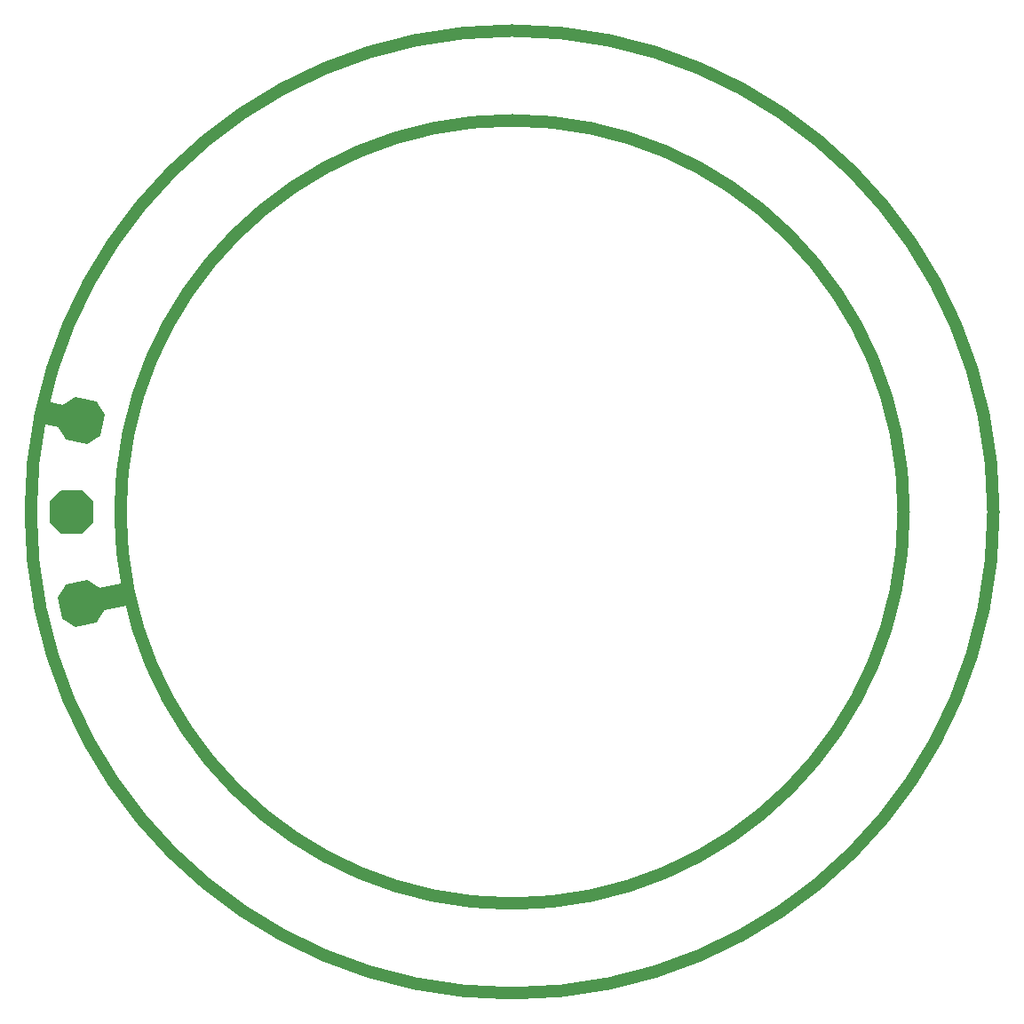
<source format=gbr>
G04 #@! TF.GenerationSoftware,KiCad,Pcbnew,5.0.2-bee76a0~70~ubuntu16.04.1*
G04 #@! TF.CreationDate,2019-03-20T11:46:08+01:00*
G04 #@! TF.ProjectId,ring,72696e67-2e6b-4696-9361-645f70636258,rev?*
G04 #@! TF.SameCoordinates,Original*
G04 #@! TF.FileFunction,Copper,L2,Bot*
G04 #@! TF.FilePolarity,Positive*
%FSLAX46Y46*%
G04 Gerber Fmt 4.6, Leading zero omitted, Abs format (unit mm)*
G04 Created by KiCad (PCBNEW 5.0.2-bee76a0~70~ubuntu16.04.1) date Wed 20 Mar 2019 11:46:08 AM CET*
%MOMM*%
%LPD*%
G01*
G04 APERTURE LIST*
%ADD10C,0.150000*%
%ADD11C,1.200000*%
G04 #@! TA.AperFunction,ViaPad*
%ADD12C,1.000000*%
G04 #@! TD*
G04 APERTURE END LIST*
D10*
G36*
X55213122Y-89457915D02*
X57169417Y-89873738D01*
X56753594Y-91830033D01*
X54797299Y-91414210D01*
X55213122Y-89457915D01*
G37*
X55213122Y-89457915D02*
X57169417Y-89873738D01*
X56753594Y-91830033D01*
X54797299Y-91414210D01*
X55213122Y-89457915D01*
G36*
X60666184Y-107338320D02*
X63600627Y-106714585D01*
X64016450Y-108670880D01*
X61082008Y-109294615D01*
X60666184Y-107338320D01*
G37*
X60666184Y-107338320D02*
X63600627Y-106714585D01*
X64016450Y-108670880D01*
X61082008Y-109294615D01*
X60666184Y-107338320D01*
G36*
X57523830Y-106983908D02*
X59480125Y-106568084D01*
X60666184Y-107338320D01*
X61082008Y-109294615D01*
X60311772Y-110480675D01*
X58355477Y-110896498D01*
X57169417Y-110126262D01*
X56753594Y-108169967D01*
X57523830Y-106983908D01*
G37*
X57523830Y-106983908D02*
X59480125Y-106568084D01*
X60666184Y-107338320D01*
X61082008Y-109294615D01*
X60311772Y-110480675D01*
X58355477Y-110896498D01*
X57169417Y-110126262D01*
X56753594Y-108169967D01*
X57523830Y-106983908D01*
G36*
X58355477Y-89103502D02*
X60311772Y-89519325D01*
X61082008Y-90705385D01*
X60666184Y-92661680D01*
X59480125Y-93431916D01*
X57523830Y-93016092D01*
X56753594Y-91830033D01*
X57169417Y-89873738D01*
X58355477Y-89103502D01*
G37*
X58355477Y-89103502D02*
X60311772Y-89519325D01*
X61082008Y-90705385D01*
X60666184Y-92661680D01*
X59480125Y-93431916D01*
X57523830Y-93016092D01*
X56753594Y-91830033D01*
X57169417Y-89873738D01*
X58355477Y-89103502D01*
G36*
X57000000Y-98000000D02*
X59000000Y-98000000D01*
X60000000Y-99000000D01*
X60000000Y-101000000D01*
X59000000Y-102000000D01*
X57000000Y-102000000D01*
X56000000Y-101000000D01*
X56000000Y-99000000D01*
X57000000Y-98000000D01*
G37*
X57000000Y-98000000D02*
X59000000Y-98000000D01*
X60000000Y-99000000D01*
X60000000Y-101000000D01*
X59000000Y-102000000D01*
X57000000Y-102000000D01*
X56000000Y-101000000D01*
X56000000Y-99000000D01*
X57000000Y-98000000D01*
D11*
X137336309Y-100000000D02*
G75*
G03X137336309Y-100000000I-37336309J0D01*
G01*
X145891176Y-100000000D02*
G75*
G03X145891176Y-100000000I-45891176J0D01*
G01*
D12*
G04 #@! TO.N,*
X58000000Y-100000000D03*
X62700000Y-100000000D03*
X54100000Y-100000000D03*
X63515094Y-107755106D03*
X65924754Y-115171277D03*
X69823666Y-121924390D03*
X75041428Y-127719302D03*
X81350000Y-132302748D03*
X88473666Y-135474408D03*
X96101088Y-137095667D03*
X103898912Y-137095667D03*
X111526334Y-135474408D03*
X118650000Y-132302748D03*
X124958572Y-127719302D03*
X130176334Y-121924390D03*
X134075246Y-115171277D03*
X136484906Y-107755106D03*
X137300000Y-100000000D03*
X136484906Y-92244894D03*
X134075246Y-84828723D03*
X130176334Y-78075610D03*
X124958572Y-72280698D03*
X118650000Y-67697252D03*
X111526334Y-64525592D03*
X103898912Y-62904333D03*
X96101088Y-62904333D03*
X88473666Y-64525592D03*
X81350000Y-67697252D03*
X75041428Y-72280698D03*
X69823666Y-78075610D03*
X65924754Y-84828723D03*
X63515094Y-92244894D03*
X55103025Y-109543147D03*
X58068263Y-118669212D03*
X62866120Y-126979343D03*
X69286905Y-134110347D03*
X77050000Y-139750566D03*
X85816120Y-143653494D03*
X95202144Y-145648555D03*
X104797856Y-145648555D03*
X114183880Y-143653494D03*
X122950000Y-139750566D03*
X130713095Y-134110347D03*
X137133880Y-126979343D03*
X141931737Y-118669212D03*
X144896975Y-109543147D03*
X145900000Y-100000000D03*
X144896975Y-90456853D03*
X141931737Y-81330788D03*
X137133880Y-73020657D03*
X130713095Y-65889653D03*
X122950000Y-60249434D03*
X114183880Y-56346506D03*
X104797856Y-54351445D03*
X95202144Y-54351445D03*
X85816120Y-56346506D03*
X77050000Y-60249434D03*
X69286905Y-65889653D03*
X62866120Y-73020657D03*
X58068263Y-81330788D03*
X55103025Y-90456853D03*
G04 #@! TD*
M02*

</source>
